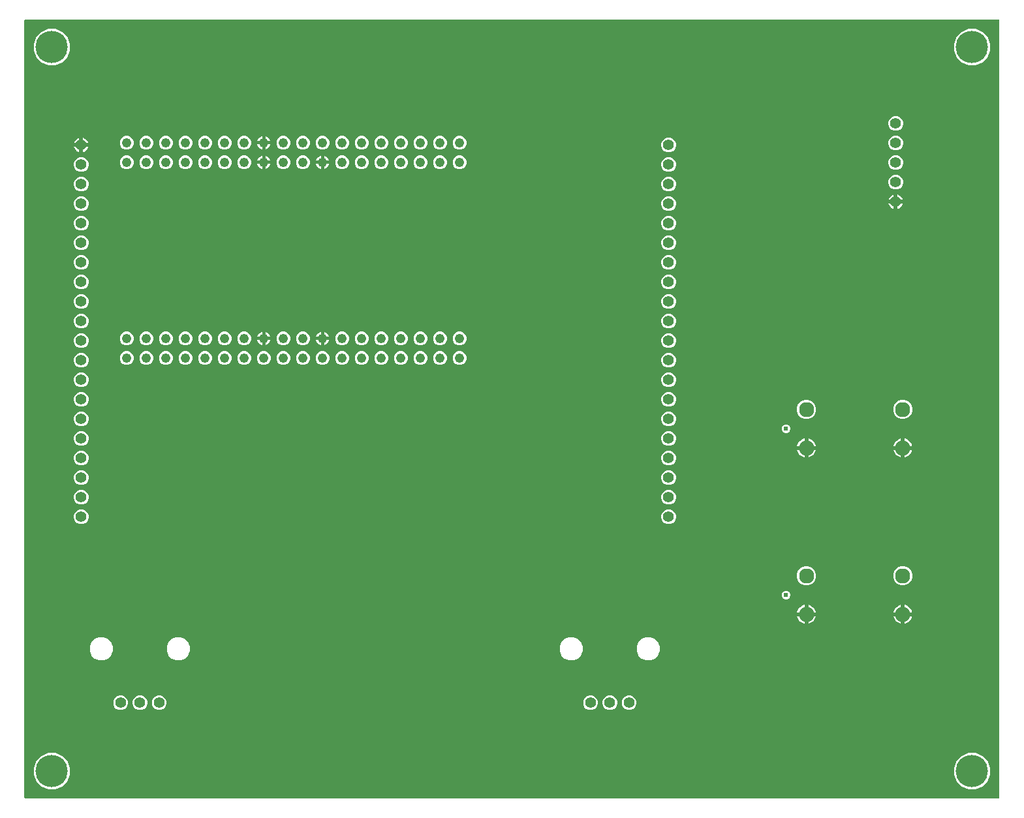
<source format=gbr>
G04 EAGLE Gerber RS-274X export*
G75*
%MOMM*%
%FSLAX34Y34*%
%LPD*%
%INCopper Layer 2*%
%IPPOS*%
%AMOC8*
5,1,8,0,0,1.08239X$1,22.5*%
G01*
%ADD10C,1.244600*%
%ADD11C,1.960000*%
%ADD12C,1.400000*%
%ADD13C,4.191000*%
%ADD14C,0.609600*%

G36*
X1266308Y2556D02*
X1266308Y2556D01*
X1266427Y2563D01*
X1266465Y2576D01*
X1266506Y2581D01*
X1266616Y2624D01*
X1266729Y2661D01*
X1266764Y2683D01*
X1266801Y2698D01*
X1266897Y2767D01*
X1266998Y2831D01*
X1267026Y2861D01*
X1267059Y2884D01*
X1267135Y2976D01*
X1267216Y3063D01*
X1267236Y3098D01*
X1267261Y3129D01*
X1267312Y3237D01*
X1267370Y3341D01*
X1267380Y3381D01*
X1267397Y3417D01*
X1267419Y3534D01*
X1267449Y3649D01*
X1267453Y3709D01*
X1267457Y3729D01*
X1267455Y3750D01*
X1267459Y3810D01*
X1267459Y1012190D01*
X1267444Y1012308D01*
X1267437Y1012427D01*
X1267424Y1012465D01*
X1267419Y1012506D01*
X1267376Y1012616D01*
X1267339Y1012729D01*
X1267317Y1012764D01*
X1267302Y1012801D01*
X1267233Y1012897D01*
X1267169Y1012998D01*
X1267139Y1013026D01*
X1267116Y1013059D01*
X1267024Y1013135D01*
X1266937Y1013216D01*
X1266902Y1013236D01*
X1266871Y1013261D01*
X1266763Y1013312D01*
X1266659Y1013370D01*
X1266619Y1013380D01*
X1266583Y1013397D01*
X1266466Y1013419D01*
X1266351Y1013449D01*
X1266291Y1013453D01*
X1266271Y1013457D01*
X1266250Y1013455D01*
X1266190Y1013459D01*
X3810Y1013459D01*
X3692Y1013444D01*
X3573Y1013437D01*
X3535Y1013424D01*
X3494Y1013419D01*
X3384Y1013376D01*
X3271Y1013339D01*
X3236Y1013317D01*
X3199Y1013302D01*
X3103Y1013233D01*
X3002Y1013169D01*
X2974Y1013139D01*
X2941Y1013116D01*
X2865Y1013024D01*
X2784Y1012937D01*
X2764Y1012902D01*
X2739Y1012871D01*
X2688Y1012763D01*
X2630Y1012659D01*
X2620Y1012619D01*
X2603Y1012583D01*
X2581Y1012466D01*
X2551Y1012351D01*
X2547Y1012291D01*
X2543Y1012271D01*
X2545Y1012250D01*
X2541Y1012190D01*
X2541Y3810D01*
X2556Y3692D01*
X2563Y3573D01*
X2576Y3535D01*
X2581Y3494D01*
X2624Y3384D01*
X2661Y3271D01*
X2683Y3236D01*
X2698Y3199D01*
X2767Y3103D01*
X2831Y3002D01*
X2861Y2974D01*
X2884Y2941D01*
X2976Y2865D01*
X3063Y2784D01*
X3098Y2764D01*
X3129Y2739D01*
X3237Y2688D01*
X3341Y2630D01*
X3381Y2620D01*
X3417Y2603D01*
X3534Y2581D01*
X3649Y2551D01*
X3709Y2547D01*
X3729Y2543D01*
X3750Y2545D01*
X3810Y2541D01*
X1266190Y2541D01*
X1266308Y2556D01*
G37*
%LPC*%
G36*
X1227226Y954404D02*
X1227226Y954404D01*
X1218591Y957981D01*
X1211981Y964591D01*
X1208404Y973226D01*
X1208404Y982574D01*
X1211981Y991209D01*
X1218591Y997819D01*
X1227226Y1001396D01*
X1236574Y1001396D01*
X1245209Y997819D01*
X1251819Y991209D01*
X1255396Y982574D01*
X1255396Y973226D01*
X1251819Y964591D01*
X1245209Y957981D01*
X1236574Y954404D01*
X1227226Y954404D01*
G37*
%LPD*%
%LPC*%
G36*
X33426Y954404D02*
X33426Y954404D01*
X24791Y957981D01*
X18181Y964591D01*
X14604Y973226D01*
X14604Y982574D01*
X18181Y991209D01*
X24791Y997819D01*
X33426Y1001396D01*
X42774Y1001396D01*
X51409Y997819D01*
X58019Y991209D01*
X61596Y982574D01*
X61596Y973226D01*
X58019Y964591D01*
X51409Y957981D01*
X42774Y954404D01*
X33426Y954404D01*
G37*
%LPD*%
%LPC*%
G36*
X33426Y14604D02*
X33426Y14604D01*
X24791Y18181D01*
X18181Y24791D01*
X14604Y33426D01*
X14604Y42774D01*
X18181Y51409D01*
X24791Y58019D01*
X33426Y61596D01*
X42774Y61596D01*
X51409Y58019D01*
X58019Y51409D01*
X61596Y42774D01*
X61596Y33426D01*
X58019Y24791D01*
X51409Y18181D01*
X42774Y14604D01*
X33426Y14604D01*
G37*
%LPD*%
%LPC*%
G36*
X1227226Y14604D02*
X1227226Y14604D01*
X1218591Y18181D01*
X1211981Y24791D01*
X1208404Y33426D01*
X1208404Y42774D01*
X1211981Y51409D01*
X1218591Y58019D01*
X1227226Y61596D01*
X1236574Y61596D01*
X1245209Y58019D01*
X1251819Y51409D01*
X1255396Y42774D01*
X1255396Y33426D01*
X1251819Y24791D01*
X1245209Y18181D01*
X1236574Y14604D01*
X1227226Y14604D01*
G37*
%LPD*%
%LPC*%
G36*
X99408Y181959D02*
X99408Y181959D01*
X93880Y184249D01*
X89649Y188480D01*
X87359Y194008D01*
X87359Y199992D01*
X89649Y205520D01*
X93880Y209751D01*
X99408Y212041D01*
X105392Y212041D01*
X110920Y209751D01*
X115151Y205520D01*
X117441Y199992D01*
X117441Y194008D01*
X115151Y188480D01*
X110920Y184249D01*
X105392Y181959D01*
X99408Y181959D01*
G37*
%LPD*%
%LPC*%
G36*
X809008Y181959D02*
X809008Y181959D01*
X803480Y184249D01*
X799249Y188480D01*
X796959Y194008D01*
X796959Y199992D01*
X799249Y205520D01*
X803480Y209751D01*
X809008Y212041D01*
X814992Y212041D01*
X820520Y209751D01*
X824751Y205520D01*
X827041Y199992D01*
X827041Y194008D01*
X824751Y188480D01*
X820520Y184249D01*
X814992Y181959D01*
X809008Y181959D01*
G37*
%LPD*%
%LPC*%
G36*
X709008Y181959D02*
X709008Y181959D01*
X703480Y184249D01*
X699249Y188480D01*
X696959Y194008D01*
X696959Y199992D01*
X699249Y205520D01*
X703480Y209751D01*
X709008Y212041D01*
X714992Y212041D01*
X720520Y209751D01*
X724751Y205520D01*
X727041Y199992D01*
X727041Y194008D01*
X724751Y188480D01*
X720520Y184249D01*
X714992Y181959D01*
X709008Y181959D01*
G37*
%LPD*%
%LPC*%
G36*
X199408Y181959D02*
X199408Y181959D01*
X193880Y184249D01*
X189649Y188480D01*
X187359Y194008D01*
X187359Y199992D01*
X189649Y205520D01*
X193880Y209751D01*
X199408Y212041D01*
X205392Y212041D01*
X210920Y209751D01*
X215151Y205520D01*
X217441Y199992D01*
X217441Y194008D01*
X215151Y188480D01*
X210920Y184249D01*
X205392Y181959D01*
X199408Y181959D01*
G37*
%LPD*%
%LPC*%
G36*
X1139545Y495259D02*
X1139545Y495259D01*
X1135010Y497138D01*
X1131538Y500610D01*
X1129659Y505145D01*
X1129659Y510055D01*
X1131538Y514590D01*
X1135010Y518062D01*
X1139545Y519941D01*
X1144455Y519941D01*
X1148990Y518062D01*
X1152462Y514590D01*
X1154341Y510055D01*
X1154341Y505145D01*
X1152462Y500610D01*
X1148990Y497138D01*
X1144455Y495259D01*
X1139545Y495259D01*
G37*
%LPD*%
%LPC*%
G36*
X1014545Y495259D02*
X1014545Y495259D01*
X1010010Y497138D01*
X1006538Y500610D01*
X1004659Y505145D01*
X1004659Y510055D01*
X1006538Y514590D01*
X1010010Y518062D01*
X1014545Y519941D01*
X1019455Y519941D01*
X1023990Y518062D01*
X1027462Y514590D01*
X1029341Y510055D01*
X1029341Y505145D01*
X1027462Y500610D01*
X1023990Y497138D01*
X1019455Y495259D01*
X1014545Y495259D01*
G37*
%LPD*%
%LPC*%
G36*
X1139545Y279359D02*
X1139545Y279359D01*
X1135010Y281238D01*
X1131538Y284710D01*
X1129659Y289245D01*
X1129659Y294155D01*
X1131538Y298690D01*
X1135010Y302162D01*
X1139545Y304041D01*
X1144455Y304041D01*
X1148990Y302162D01*
X1152462Y298690D01*
X1154341Y294155D01*
X1154341Y289245D01*
X1152462Y284710D01*
X1148990Y281238D01*
X1144455Y279359D01*
X1139545Y279359D01*
G37*
%LPD*%
%LPC*%
G36*
X1014545Y279359D02*
X1014545Y279359D01*
X1010010Y281238D01*
X1006538Y284710D01*
X1004659Y289245D01*
X1004659Y294155D01*
X1006538Y298690D01*
X1010010Y302162D01*
X1014545Y304041D01*
X1019455Y304041D01*
X1023990Y302162D01*
X1027462Y298690D01*
X1029341Y294155D01*
X1029341Y289245D01*
X1027462Y284710D01*
X1023990Y281238D01*
X1019455Y279359D01*
X1014545Y279359D01*
G37*
%LPD*%
%LPC*%
G36*
X836302Y511159D02*
X836302Y511159D01*
X832796Y512612D01*
X830112Y515296D01*
X828659Y518802D01*
X828659Y522598D01*
X830112Y526104D01*
X832796Y528788D01*
X836302Y530241D01*
X840098Y530241D01*
X843604Y528788D01*
X846288Y526104D01*
X847741Y522598D01*
X847741Y518802D01*
X846288Y515296D01*
X843604Y512612D01*
X840098Y511159D01*
X836302Y511159D01*
G37*
%LPD*%
%LPC*%
G36*
X74302Y536559D02*
X74302Y536559D01*
X70796Y538012D01*
X68112Y540696D01*
X66659Y544202D01*
X66659Y547998D01*
X68112Y551504D01*
X70796Y554188D01*
X74302Y555641D01*
X78098Y555641D01*
X81604Y554188D01*
X84288Y551504D01*
X85741Y547998D01*
X85741Y544202D01*
X84288Y540696D01*
X81604Y538012D01*
X78098Y536559D01*
X74302Y536559D01*
G37*
%LPD*%
%LPC*%
G36*
X836302Y536559D02*
X836302Y536559D01*
X832796Y538012D01*
X830112Y540696D01*
X828659Y544202D01*
X828659Y547998D01*
X830112Y551504D01*
X832796Y554188D01*
X836302Y555641D01*
X840098Y555641D01*
X843604Y554188D01*
X846288Y551504D01*
X847741Y547998D01*
X847741Y544202D01*
X846288Y540696D01*
X843604Y538012D01*
X840098Y536559D01*
X836302Y536559D01*
G37*
%LPD*%
%LPC*%
G36*
X1130942Y793099D02*
X1130942Y793099D01*
X1127436Y794552D01*
X1124752Y797236D01*
X1123299Y800742D01*
X1123299Y804538D01*
X1124752Y808044D01*
X1127436Y810728D01*
X1130942Y812181D01*
X1134738Y812181D01*
X1138244Y810728D01*
X1140928Y808044D01*
X1142381Y804538D01*
X1142381Y800742D01*
X1140928Y797236D01*
X1138244Y794552D01*
X1134738Y793099D01*
X1130942Y793099D01*
G37*
%LPD*%
%LPC*%
G36*
X836302Y790559D02*
X836302Y790559D01*
X832796Y792012D01*
X830112Y794696D01*
X828659Y798202D01*
X828659Y801998D01*
X830112Y805504D01*
X832796Y808188D01*
X836302Y809641D01*
X840098Y809641D01*
X843604Y808188D01*
X846288Y805504D01*
X847741Y801998D01*
X847741Y798202D01*
X846288Y794696D01*
X843604Y792012D01*
X840098Y790559D01*
X836302Y790559D01*
G37*
%LPD*%
%LPC*%
G36*
X74302Y790559D02*
X74302Y790559D01*
X70796Y792012D01*
X68112Y794696D01*
X66659Y798202D01*
X66659Y801998D01*
X68112Y805504D01*
X70796Y808188D01*
X74302Y809641D01*
X78098Y809641D01*
X81604Y808188D01*
X84288Y805504D01*
X85741Y801998D01*
X85741Y798202D01*
X84288Y794696D01*
X81604Y792012D01*
X78098Y790559D01*
X74302Y790559D01*
G37*
%LPD*%
%LPC*%
G36*
X74302Y561959D02*
X74302Y561959D01*
X70796Y563412D01*
X68112Y566096D01*
X66659Y569602D01*
X66659Y573398D01*
X68112Y576904D01*
X70796Y579588D01*
X74302Y581041D01*
X78098Y581041D01*
X81604Y579588D01*
X84288Y576904D01*
X85741Y573398D01*
X85741Y569602D01*
X84288Y566096D01*
X81604Y563412D01*
X78098Y561959D01*
X74302Y561959D01*
G37*
%LPD*%
%LPC*%
G36*
X836302Y561959D02*
X836302Y561959D01*
X832796Y563412D01*
X830112Y566096D01*
X828659Y569602D01*
X828659Y573398D01*
X830112Y576904D01*
X832796Y579588D01*
X836302Y581041D01*
X840098Y581041D01*
X843604Y579588D01*
X846288Y576904D01*
X847741Y573398D01*
X847741Y569602D01*
X846288Y566096D01*
X843604Y563412D01*
X840098Y561959D01*
X836302Y561959D01*
G37*
%LPD*%
%LPC*%
G36*
X836302Y765159D02*
X836302Y765159D01*
X832796Y766612D01*
X830112Y769296D01*
X828659Y772802D01*
X828659Y776598D01*
X830112Y780104D01*
X832796Y782788D01*
X836302Y784241D01*
X840098Y784241D01*
X843604Y782788D01*
X846288Y780104D01*
X847741Y776598D01*
X847741Y772802D01*
X846288Y769296D01*
X843604Y766612D01*
X840098Y765159D01*
X836302Y765159D01*
G37*
%LPD*%
%LPC*%
G36*
X836302Y460359D02*
X836302Y460359D01*
X832796Y461812D01*
X830112Y464496D01*
X828659Y468002D01*
X828659Y471798D01*
X830112Y475304D01*
X832796Y477988D01*
X836302Y479441D01*
X840098Y479441D01*
X843604Y477988D01*
X846288Y475304D01*
X847741Y471798D01*
X847741Y468002D01*
X846288Y464496D01*
X843604Y461812D01*
X840098Y460359D01*
X836302Y460359D01*
G37*
%LPD*%
%LPC*%
G36*
X74302Y384159D02*
X74302Y384159D01*
X70796Y385612D01*
X68112Y388296D01*
X66659Y391802D01*
X66659Y395598D01*
X68112Y399104D01*
X70796Y401788D01*
X74302Y403241D01*
X78098Y403241D01*
X81604Y401788D01*
X84288Y399104D01*
X85741Y395598D01*
X85741Y391802D01*
X84288Y388296D01*
X81604Y385612D01*
X78098Y384159D01*
X74302Y384159D01*
G37*
%LPD*%
%LPC*%
G36*
X836302Y841359D02*
X836302Y841359D01*
X832796Y842812D01*
X830112Y845496D01*
X828659Y849002D01*
X828659Y852798D01*
X830112Y856304D01*
X832796Y858988D01*
X836302Y860441D01*
X840098Y860441D01*
X843604Y858988D01*
X846288Y856304D01*
X847741Y852798D01*
X847741Y849002D01*
X846288Y845496D01*
X843604Y842812D01*
X840098Y841359D01*
X836302Y841359D01*
G37*
%LPD*%
%LPC*%
G36*
X836302Y384159D02*
X836302Y384159D01*
X832796Y385612D01*
X830112Y388296D01*
X828659Y391802D01*
X828659Y395598D01*
X830112Y399104D01*
X832796Y401788D01*
X836302Y403241D01*
X840098Y403241D01*
X843604Y401788D01*
X846288Y399104D01*
X847741Y395598D01*
X847741Y391802D01*
X846288Y388296D01*
X843604Y385612D01*
X840098Y384159D01*
X836302Y384159D01*
G37*
%LPD*%
%LPC*%
G36*
X74302Y409559D02*
X74302Y409559D01*
X70796Y411012D01*
X68112Y413696D01*
X66659Y417202D01*
X66659Y420998D01*
X68112Y424504D01*
X70796Y427188D01*
X74302Y428641D01*
X78098Y428641D01*
X81604Y427188D01*
X84288Y424504D01*
X85741Y420998D01*
X85741Y417202D01*
X84288Y413696D01*
X81604Y411012D01*
X78098Y409559D01*
X74302Y409559D01*
G37*
%LPD*%
%LPC*%
G36*
X836302Y409559D02*
X836302Y409559D01*
X832796Y411012D01*
X830112Y413696D01*
X828659Y417202D01*
X828659Y420998D01*
X830112Y424504D01*
X832796Y427188D01*
X836302Y428641D01*
X840098Y428641D01*
X843604Y427188D01*
X846288Y424504D01*
X847741Y420998D01*
X847741Y417202D01*
X846288Y413696D01*
X843604Y411012D01*
X840098Y409559D01*
X836302Y409559D01*
G37*
%LPD*%
%LPC*%
G36*
X74302Y434959D02*
X74302Y434959D01*
X70796Y436412D01*
X68112Y439096D01*
X66659Y442602D01*
X66659Y446398D01*
X68112Y449904D01*
X70796Y452588D01*
X74302Y454041D01*
X78098Y454041D01*
X81604Y452588D01*
X84288Y449904D01*
X85741Y446398D01*
X85741Y442602D01*
X84288Y439096D01*
X81604Y436412D01*
X78098Y434959D01*
X74302Y434959D01*
G37*
%LPD*%
%LPC*%
G36*
X836302Y434959D02*
X836302Y434959D01*
X832796Y436412D01*
X830112Y439096D01*
X828659Y442602D01*
X828659Y446398D01*
X830112Y449904D01*
X832796Y452588D01*
X836302Y454041D01*
X840098Y454041D01*
X843604Y452588D01*
X846288Y449904D01*
X847741Y446398D01*
X847741Y442602D01*
X846288Y439096D01*
X843604Y436412D01*
X840098Y434959D01*
X836302Y434959D01*
G37*
%LPD*%
%LPC*%
G36*
X74302Y460359D02*
X74302Y460359D01*
X70796Y461812D01*
X68112Y464496D01*
X66659Y468002D01*
X66659Y471798D01*
X68112Y475304D01*
X70796Y477988D01*
X74302Y479441D01*
X78098Y479441D01*
X81604Y477988D01*
X84288Y475304D01*
X85741Y471798D01*
X85741Y468002D01*
X84288Y464496D01*
X81604Y461812D01*
X78098Y460359D01*
X74302Y460359D01*
G37*
%LPD*%
%LPC*%
G36*
X836302Y485759D02*
X836302Y485759D01*
X832796Y487212D01*
X830112Y489896D01*
X828659Y493402D01*
X828659Y497198D01*
X830112Y500704D01*
X832796Y503388D01*
X836302Y504841D01*
X840098Y504841D01*
X843604Y503388D01*
X846288Y500704D01*
X847741Y497198D01*
X847741Y493402D01*
X846288Y489896D01*
X843604Y487212D01*
X840098Y485759D01*
X836302Y485759D01*
G37*
%LPD*%
%LPC*%
G36*
X74302Y765159D02*
X74302Y765159D01*
X70796Y766612D01*
X68112Y769296D01*
X66659Y772802D01*
X66659Y776598D01*
X68112Y780104D01*
X70796Y782788D01*
X74302Y784241D01*
X78098Y784241D01*
X81604Y782788D01*
X84288Y780104D01*
X85741Y776598D01*
X85741Y772802D01*
X84288Y769296D01*
X81604Y766612D01*
X78098Y765159D01*
X74302Y765159D01*
G37*
%LPD*%
%LPC*%
G36*
X74302Y587359D02*
X74302Y587359D01*
X70796Y588812D01*
X68112Y591496D01*
X66659Y595002D01*
X66659Y598798D01*
X68112Y602304D01*
X70796Y604988D01*
X74302Y606441D01*
X78098Y606441D01*
X81604Y604988D01*
X84288Y602304D01*
X85741Y598798D01*
X85741Y595002D01*
X84288Y591496D01*
X81604Y588812D01*
X78098Y587359D01*
X74302Y587359D01*
G37*
%LPD*%
%LPC*%
G36*
X836302Y587359D02*
X836302Y587359D01*
X832796Y588812D01*
X830112Y591496D01*
X828659Y595002D01*
X828659Y598798D01*
X830112Y602304D01*
X832796Y604988D01*
X836302Y606441D01*
X840098Y606441D01*
X843604Y604988D01*
X846288Y602304D01*
X847741Y598798D01*
X847741Y595002D01*
X846288Y591496D01*
X843604Y588812D01*
X840098Y587359D01*
X836302Y587359D01*
G37*
%LPD*%
%LPC*%
G36*
X836302Y739759D02*
X836302Y739759D01*
X832796Y741212D01*
X830112Y743896D01*
X828659Y747402D01*
X828659Y751198D01*
X830112Y754704D01*
X832796Y757388D01*
X836302Y758841D01*
X840098Y758841D01*
X843604Y757388D01*
X846288Y754704D01*
X847741Y751198D01*
X847741Y747402D01*
X846288Y743896D01*
X843604Y741212D01*
X840098Y739759D01*
X836302Y739759D01*
G37*
%LPD*%
%LPC*%
G36*
X74302Y739759D02*
X74302Y739759D01*
X70796Y741212D01*
X68112Y743896D01*
X66659Y747402D01*
X66659Y751198D01*
X68112Y754704D01*
X70796Y757388D01*
X74302Y758841D01*
X78098Y758841D01*
X81604Y757388D01*
X84288Y754704D01*
X85741Y751198D01*
X85741Y747402D01*
X84288Y743896D01*
X81604Y741212D01*
X78098Y739759D01*
X74302Y739759D01*
G37*
%LPD*%
%LPC*%
G36*
X836302Y714359D02*
X836302Y714359D01*
X832796Y715812D01*
X830112Y718496D01*
X828659Y722002D01*
X828659Y725798D01*
X830112Y729304D01*
X832796Y731988D01*
X836302Y733441D01*
X840098Y733441D01*
X843604Y731988D01*
X846288Y729304D01*
X847741Y725798D01*
X847741Y722002D01*
X846288Y718496D01*
X843604Y715812D01*
X840098Y714359D01*
X836302Y714359D01*
G37*
%LPD*%
%LPC*%
G36*
X74302Y714359D02*
X74302Y714359D01*
X70796Y715812D01*
X68112Y718496D01*
X66659Y722002D01*
X66659Y725798D01*
X68112Y729304D01*
X70796Y731988D01*
X74302Y733441D01*
X78098Y733441D01*
X81604Y731988D01*
X84288Y729304D01*
X85741Y725798D01*
X85741Y722002D01*
X84288Y718496D01*
X81604Y715812D01*
X78098Y714359D01*
X74302Y714359D01*
G37*
%LPD*%
%LPC*%
G36*
X836302Y688959D02*
X836302Y688959D01*
X832796Y690412D01*
X830112Y693096D01*
X828659Y696602D01*
X828659Y700398D01*
X830112Y703904D01*
X832796Y706588D01*
X836302Y708041D01*
X840098Y708041D01*
X843604Y706588D01*
X846288Y703904D01*
X847741Y700398D01*
X847741Y696602D01*
X846288Y693096D01*
X843604Y690412D01*
X840098Y688959D01*
X836302Y688959D01*
G37*
%LPD*%
%LPC*%
G36*
X74302Y688959D02*
X74302Y688959D01*
X70796Y690412D01*
X68112Y693096D01*
X66659Y696602D01*
X66659Y700398D01*
X68112Y703904D01*
X70796Y706588D01*
X74302Y708041D01*
X78098Y708041D01*
X81604Y706588D01*
X84288Y703904D01*
X85741Y700398D01*
X85741Y696602D01*
X84288Y693096D01*
X81604Y690412D01*
X78098Y688959D01*
X74302Y688959D01*
G37*
%LPD*%
%LPC*%
G36*
X836302Y663559D02*
X836302Y663559D01*
X832796Y665012D01*
X830112Y667696D01*
X828659Y671202D01*
X828659Y674998D01*
X830112Y678504D01*
X832796Y681188D01*
X836302Y682641D01*
X840098Y682641D01*
X843604Y681188D01*
X846288Y678504D01*
X847741Y674998D01*
X847741Y671202D01*
X846288Y667696D01*
X843604Y665012D01*
X840098Y663559D01*
X836302Y663559D01*
G37*
%LPD*%
%LPC*%
G36*
X74302Y663559D02*
X74302Y663559D01*
X70796Y665012D01*
X68112Y667696D01*
X66659Y671202D01*
X66659Y674998D01*
X68112Y678504D01*
X70796Y681188D01*
X74302Y682641D01*
X78098Y682641D01*
X81604Y681188D01*
X84288Y678504D01*
X85741Y674998D01*
X85741Y671202D01*
X84288Y667696D01*
X81604Y665012D01*
X78098Y663559D01*
X74302Y663559D01*
G37*
%LPD*%
%LPC*%
G36*
X836302Y638159D02*
X836302Y638159D01*
X832796Y639612D01*
X830112Y642296D01*
X828659Y645802D01*
X828659Y649598D01*
X830112Y653104D01*
X832796Y655788D01*
X836302Y657241D01*
X840098Y657241D01*
X843604Y655788D01*
X846288Y653104D01*
X847741Y649598D01*
X847741Y645802D01*
X846288Y642296D01*
X843604Y639612D01*
X840098Y638159D01*
X836302Y638159D01*
G37*
%LPD*%
%LPC*%
G36*
X1130942Y869299D02*
X1130942Y869299D01*
X1127436Y870752D01*
X1124752Y873436D01*
X1123299Y876942D01*
X1123299Y880738D01*
X1124752Y884244D01*
X1127436Y886928D01*
X1130942Y888381D01*
X1134738Y888381D01*
X1138244Y886928D01*
X1140928Y884244D01*
X1142381Y880738D01*
X1142381Y876942D01*
X1140928Y873436D01*
X1138244Y870752D01*
X1134738Y869299D01*
X1130942Y869299D01*
G37*
%LPD*%
%LPC*%
G36*
X74302Y638159D02*
X74302Y638159D01*
X70796Y639612D01*
X68112Y642296D01*
X66659Y645802D01*
X66659Y649598D01*
X68112Y653104D01*
X70796Y655788D01*
X74302Y657241D01*
X78098Y657241D01*
X81604Y655788D01*
X84288Y653104D01*
X85741Y649598D01*
X85741Y645802D01*
X84288Y642296D01*
X81604Y639612D01*
X78098Y638159D01*
X74302Y638159D01*
G37*
%LPD*%
%LPC*%
G36*
X836302Y612759D02*
X836302Y612759D01*
X832796Y614212D01*
X830112Y616896D01*
X828659Y620402D01*
X828659Y624198D01*
X830112Y627704D01*
X832796Y630388D01*
X836302Y631841D01*
X840098Y631841D01*
X843604Y630388D01*
X846288Y627704D01*
X847741Y624198D01*
X847741Y620402D01*
X846288Y616896D01*
X843604Y614212D01*
X840098Y612759D01*
X836302Y612759D01*
G37*
%LPD*%
%LPC*%
G36*
X1130942Y843899D02*
X1130942Y843899D01*
X1127436Y845352D01*
X1124752Y848036D01*
X1123299Y851542D01*
X1123299Y855338D01*
X1124752Y858844D01*
X1127436Y861528D01*
X1130942Y862981D01*
X1134738Y862981D01*
X1138244Y861528D01*
X1140928Y858844D01*
X1142381Y855338D01*
X1142381Y851542D01*
X1140928Y848036D01*
X1138244Y845352D01*
X1134738Y843899D01*
X1130942Y843899D01*
G37*
%LPD*%
%LPC*%
G36*
X74302Y358759D02*
X74302Y358759D01*
X70796Y360212D01*
X68112Y362896D01*
X66659Y366402D01*
X66659Y370198D01*
X68112Y373704D01*
X70796Y376388D01*
X74302Y377841D01*
X78098Y377841D01*
X81604Y376388D01*
X84288Y373704D01*
X85741Y370198D01*
X85741Y366402D01*
X84288Y362896D01*
X81604Y360212D01*
X78098Y358759D01*
X74302Y358759D01*
G37*
%LPD*%
%LPC*%
G36*
X74302Y612759D02*
X74302Y612759D01*
X70796Y614212D01*
X68112Y616896D01*
X66659Y620402D01*
X66659Y624198D01*
X68112Y627704D01*
X70796Y630388D01*
X74302Y631841D01*
X78098Y631841D01*
X81604Y630388D01*
X84288Y627704D01*
X85741Y624198D01*
X85741Y620402D01*
X84288Y616896D01*
X81604Y614212D01*
X78098Y612759D01*
X74302Y612759D01*
G37*
%LPD*%
%LPC*%
G36*
X74302Y485759D02*
X74302Y485759D01*
X70796Y487212D01*
X68112Y489896D01*
X66659Y493402D01*
X66659Y497198D01*
X68112Y500704D01*
X70796Y503388D01*
X74302Y504841D01*
X78098Y504841D01*
X81604Y503388D01*
X84288Y500704D01*
X85741Y497198D01*
X85741Y493402D01*
X84288Y489896D01*
X81604Y487212D01*
X78098Y485759D01*
X74302Y485759D01*
G37*
%LPD*%
%LPC*%
G36*
X836302Y815959D02*
X836302Y815959D01*
X832796Y817412D01*
X830112Y820096D01*
X828659Y823602D01*
X828659Y827398D01*
X830112Y830904D01*
X832796Y833588D01*
X836302Y835041D01*
X840098Y835041D01*
X843604Y833588D01*
X846288Y830904D01*
X847741Y827398D01*
X847741Y823602D01*
X846288Y820096D01*
X843604Y817412D01*
X840098Y815959D01*
X836302Y815959D01*
G37*
%LPD*%
%LPC*%
G36*
X74302Y815959D02*
X74302Y815959D01*
X70796Y817412D01*
X68112Y820096D01*
X66659Y823602D01*
X66659Y827398D01*
X68112Y830904D01*
X70796Y833588D01*
X74302Y835041D01*
X78098Y835041D01*
X81604Y833588D01*
X84288Y830904D01*
X85741Y827398D01*
X85741Y823602D01*
X84288Y820096D01*
X81604Y817412D01*
X78098Y815959D01*
X74302Y815959D01*
G37*
%LPD*%
%LPC*%
G36*
X74302Y511159D02*
X74302Y511159D01*
X70796Y512612D01*
X68112Y515296D01*
X66659Y518802D01*
X66659Y522598D01*
X68112Y526104D01*
X70796Y528788D01*
X74302Y530241D01*
X78098Y530241D01*
X81604Y528788D01*
X84288Y526104D01*
X85741Y522598D01*
X85741Y518802D01*
X84288Y515296D01*
X81604Y512612D01*
X78098Y511159D01*
X74302Y511159D01*
G37*
%LPD*%
%LPC*%
G36*
X1130942Y818499D02*
X1130942Y818499D01*
X1127436Y819952D01*
X1124752Y822636D01*
X1123299Y826142D01*
X1123299Y829938D01*
X1124752Y833444D01*
X1127436Y836128D01*
X1130942Y837581D01*
X1134738Y837581D01*
X1138244Y836128D01*
X1140928Y833444D01*
X1142381Y829938D01*
X1142381Y826142D01*
X1140928Y822636D01*
X1138244Y819952D01*
X1134738Y818499D01*
X1130942Y818499D01*
G37*
%LPD*%
%LPC*%
G36*
X785102Y117459D02*
X785102Y117459D01*
X781596Y118912D01*
X778912Y121596D01*
X777459Y125102D01*
X777459Y128898D01*
X778912Y132404D01*
X781596Y135088D01*
X785102Y136541D01*
X788898Y136541D01*
X792404Y135088D01*
X795088Y132404D01*
X796541Y128898D01*
X796541Y125102D01*
X795088Y121596D01*
X792404Y118912D01*
X788898Y117459D01*
X785102Y117459D01*
G37*
%LPD*%
%LPC*%
G36*
X760102Y117459D02*
X760102Y117459D01*
X756596Y118912D01*
X753912Y121596D01*
X752459Y125102D01*
X752459Y128898D01*
X753912Y132404D01*
X756596Y135088D01*
X760102Y136541D01*
X763898Y136541D01*
X767404Y135088D01*
X770088Y132404D01*
X771541Y128898D01*
X771541Y125102D01*
X770088Y121596D01*
X767404Y118912D01*
X763898Y117459D01*
X760102Y117459D01*
G37*
%LPD*%
%LPC*%
G36*
X735102Y117459D02*
X735102Y117459D01*
X731596Y118912D01*
X728912Y121596D01*
X727459Y125102D01*
X727459Y128898D01*
X728912Y132404D01*
X731596Y135088D01*
X735102Y136541D01*
X738898Y136541D01*
X742404Y135088D01*
X745088Y132404D01*
X746541Y128898D01*
X746541Y125102D01*
X745088Y121596D01*
X742404Y118912D01*
X738898Y117459D01*
X735102Y117459D01*
G37*
%LPD*%
%LPC*%
G36*
X175502Y117459D02*
X175502Y117459D01*
X171996Y118912D01*
X169312Y121596D01*
X167859Y125102D01*
X167859Y128898D01*
X169312Y132404D01*
X171996Y135088D01*
X175502Y136541D01*
X179298Y136541D01*
X182804Y135088D01*
X185488Y132404D01*
X186941Y128898D01*
X186941Y125102D01*
X185488Y121596D01*
X182804Y118912D01*
X179298Y117459D01*
X175502Y117459D01*
G37*
%LPD*%
%LPC*%
G36*
X150502Y117459D02*
X150502Y117459D01*
X146996Y118912D01*
X144312Y121596D01*
X142859Y125102D01*
X142859Y128898D01*
X144312Y132404D01*
X146996Y135088D01*
X150502Y136541D01*
X154298Y136541D01*
X157804Y135088D01*
X160488Y132404D01*
X161941Y128898D01*
X161941Y125102D01*
X160488Y121596D01*
X157804Y118912D01*
X154298Y117459D01*
X150502Y117459D01*
G37*
%LPD*%
%LPC*%
G36*
X125502Y117459D02*
X125502Y117459D01*
X121996Y118912D01*
X119312Y121596D01*
X117859Y125102D01*
X117859Y128898D01*
X119312Y132404D01*
X121996Y135088D01*
X125502Y136541D01*
X129298Y136541D01*
X132804Y135088D01*
X135488Y132404D01*
X136941Y128898D01*
X136941Y125102D01*
X135488Y121596D01*
X132804Y118912D01*
X129298Y117459D01*
X125502Y117459D01*
G37*
%LPD*%
%LPC*%
G36*
X836302Y358759D02*
X836302Y358759D01*
X832796Y360212D01*
X830112Y362896D01*
X828659Y366402D01*
X828659Y370198D01*
X830112Y373704D01*
X832796Y376388D01*
X836302Y377841D01*
X840098Y377841D01*
X843604Y376388D01*
X846288Y373704D01*
X847741Y370198D01*
X847741Y366402D01*
X846288Y362896D01*
X843604Y360212D01*
X840098Y358759D01*
X836302Y358759D01*
G37*
%LPD*%
%LPC*%
G36*
X209757Y844936D02*
X209757Y844936D01*
X206536Y846270D01*
X204070Y848736D01*
X202736Y851957D01*
X202736Y855443D01*
X204070Y858664D01*
X206536Y861130D01*
X209757Y862464D01*
X213243Y862464D01*
X216464Y861130D01*
X218930Y858664D01*
X220264Y855443D01*
X220264Y851957D01*
X218930Y848736D01*
X216464Y846270D01*
X213243Y844936D01*
X209757Y844936D01*
G37*
%LPD*%
%LPC*%
G36*
X184357Y844936D02*
X184357Y844936D01*
X181136Y846270D01*
X178670Y848736D01*
X177336Y851957D01*
X177336Y855443D01*
X178670Y858664D01*
X181136Y861130D01*
X184357Y862464D01*
X187843Y862464D01*
X191064Y861130D01*
X193530Y858664D01*
X194864Y855443D01*
X194864Y851957D01*
X193530Y848736D01*
X191064Y846270D01*
X187843Y844936D01*
X184357Y844936D01*
G37*
%LPD*%
%LPC*%
G36*
X158957Y819536D02*
X158957Y819536D01*
X155736Y820870D01*
X153270Y823336D01*
X151936Y826557D01*
X151936Y830043D01*
X153270Y833264D01*
X155736Y835730D01*
X158957Y837064D01*
X162443Y837064D01*
X165664Y835730D01*
X168130Y833264D01*
X169464Y830043D01*
X169464Y826557D01*
X168130Y823336D01*
X165664Y820870D01*
X162443Y819536D01*
X158957Y819536D01*
G37*
%LPD*%
%LPC*%
G36*
X133557Y819536D02*
X133557Y819536D01*
X130336Y820870D01*
X127870Y823336D01*
X126536Y826557D01*
X126536Y830043D01*
X127870Y833264D01*
X130336Y835730D01*
X133557Y837064D01*
X137043Y837064D01*
X140264Y835730D01*
X142730Y833264D01*
X144064Y830043D01*
X144064Y826557D01*
X142730Y823336D01*
X140264Y820870D01*
X137043Y819536D01*
X133557Y819536D01*
G37*
%LPD*%
%LPC*%
G36*
X565357Y819536D02*
X565357Y819536D01*
X562136Y820870D01*
X559670Y823336D01*
X558336Y826557D01*
X558336Y830043D01*
X559670Y833264D01*
X562136Y835730D01*
X565357Y837064D01*
X568843Y837064D01*
X572064Y835730D01*
X574530Y833264D01*
X575864Y830043D01*
X575864Y826557D01*
X574530Y823336D01*
X572064Y820870D01*
X568843Y819536D01*
X565357Y819536D01*
G37*
%LPD*%
%LPC*%
G36*
X539957Y819536D02*
X539957Y819536D01*
X536736Y820870D01*
X534270Y823336D01*
X532936Y826557D01*
X532936Y830043D01*
X534270Y833264D01*
X536736Y835730D01*
X539957Y837064D01*
X543443Y837064D01*
X546664Y835730D01*
X549130Y833264D01*
X550464Y830043D01*
X550464Y826557D01*
X549130Y823336D01*
X546664Y820870D01*
X543443Y819536D01*
X539957Y819536D01*
G37*
%LPD*%
%LPC*%
G36*
X514557Y819536D02*
X514557Y819536D01*
X511336Y820870D01*
X508870Y823336D01*
X507536Y826557D01*
X507536Y830043D01*
X508870Y833264D01*
X511336Y835730D01*
X514557Y837064D01*
X518043Y837064D01*
X521264Y835730D01*
X523730Y833264D01*
X525064Y830043D01*
X525064Y826557D01*
X523730Y823336D01*
X521264Y820870D01*
X518043Y819536D01*
X514557Y819536D01*
G37*
%LPD*%
%LPC*%
G36*
X489157Y819536D02*
X489157Y819536D01*
X485936Y820870D01*
X483470Y823336D01*
X482136Y826557D01*
X482136Y830043D01*
X483470Y833264D01*
X485936Y835730D01*
X489157Y837064D01*
X492643Y837064D01*
X495864Y835730D01*
X498330Y833264D01*
X499664Y830043D01*
X499664Y826557D01*
X498330Y823336D01*
X495864Y820870D01*
X492643Y819536D01*
X489157Y819536D01*
G37*
%LPD*%
%LPC*%
G36*
X463757Y819536D02*
X463757Y819536D01*
X460536Y820870D01*
X458070Y823336D01*
X456736Y826557D01*
X456736Y830043D01*
X458070Y833264D01*
X460536Y835730D01*
X463757Y837064D01*
X467243Y837064D01*
X470464Y835730D01*
X472930Y833264D01*
X474264Y830043D01*
X474264Y826557D01*
X472930Y823336D01*
X470464Y820870D01*
X467243Y819536D01*
X463757Y819536D01*
G37*
%LPD*%
%LPC*%
G36*
X438357Y819536D02*
X438357Y819536D01*
X435136Y820870D01*
X432670Y823336D01*
X431336Y826557D01*
X431336Y830043D01*
X432670Y833264D01*
X435136Y835730D01*
X438357Y837064D01*
X441843Y837064D01*
X445064Y835730D01*
X447530Y833264D01*
X448864Y830043D01*
X448864Y826557D01*
X447530Y823336D01*
X445064Y820870D01*
X441843Y819536D01*
X438357Y819536D01*
G37*
%LPD*%
%LPC*%
G36*
X412957Y819536D02*
X412957Y819536D01*
X409736Y820870D01*
X407270Y823336D01*
X405936Y826557D01*
X405936Y830043D01*
X407270Y833264D01*
X409736Y835730D01*
X412957Y837064D01*
X416443Y837064D01*
X419664Y835730D01*
X422130Y833264D01*
X423464Y830043D01*
X423464Y826557D01*
X422130Y823336D01*
X419664Y820870D01*
X416443Y819536D01*
X412957Y819536D01*
G37*
%LPD*%
%LPC*%
G36*
X362157Y819536D02*
X362157Y819536D01*
X358936Y820870D01*
X356470Y823336D01*
X355136Y826557D01*
X355136Y830043D01*
X356470Y833264D01*
X358936Y835730D01*
X362157Y837064D01*
X365643Y837064D01*
X368864Y835730D01*
X371330Y833264D01*
X372664Y830043D01*
X372664Y826557D01*
X371330Y823336D01*
X368864Y820870D01*
X365643Y819536D01*
X362157Y819536D01*
G37*
%LPD*%
%LPC*%
G36*
X336757Y819536D02*
X336757Y819536D01*
X333536Y820870D01*
X331070Y823336D01*
X329736Y826557D01*
X329736Y830043D01*
X331070Y833264D01*
X333536Y835730D01*
X336757Y837064D01*
X340243Y837064D01*
X343464Y835730D01*
X345930Y833264D01*
X347264Y830043D01*
X347264Y826557D01*
X345930Y823336D01*
X343464Y820870D01*
X340243Y819536D01*
X336757Y819536D01*
G37*
%LPD*%
%LPC*%
G36*
X285957Y819536D02*
X285957Y819536D01*
X282736Y820870D01*
X280270Y823336D01*
X278936Y826557D01*
X278936Y830043D01*
X280270Y833264D01*
X282736Y835730D01*
X285957Y837064D01*
X289443Y837064D01*
X292664Y835730D01*
X295130Y833264D01*
X296464Y830043D01*
X296464Y826557D01*
X295130Y823336D01*
X292664Y820870D01*
X289443Y819536D01*
X285957Y819536D01*
G37*
%LPD*%
%LPC*%
G36*
X235157Y819536D02*
X235157Y819536D01*
X231936Y820870D01*
X229470Y823336D01*
X228136Y826557D01*
X228136Y830043D01*
X229470Y833264D01*
X231936Y835730D01*
X235157Y837064D01*
X238643Y837064D01*
X241864Y835730D01*
X244330Y833264D01*
X245664Y830043D01*
X245664Y826557D01*
X244330Y823336D01*
X241864Y820870D01*
X238643Y819536D01*
X235157Y819536D01*
G37*
%LPD*%
%LPC*%
G36*
X209757Y819536D02*
X209757Y819536D01*
X206536Y820870D01*
X204070Y823336D01*
X202736Y826557D01*
X202736Y830043D01*
X204070Y833264D01*
X206536Y835730D01*
X209757Y837064D01*
X213243Y837064D01*
X216464Y835730D01*
X218930Y833264D01*
X220264Y830043D01*
X220264Y826557D01*
X218930Y823336D01*
X216464Y820870D01*
X213243Y819536D01*
X209757Y819536D01*
G37*
%LPD*%
%LPC*%
G36*
X184357Y819536D02*
X184357Y819536D01*
X181136Y820870D01*
X178670Y823336D01*
X177336Y826557D01*
X177336Y830043D01*
X178670Y833264D01*
X181136Y835730D01*
X184357Y837064D01*
X187843Y837064D01*
X191064Y835730D01*
X193530Y833264D01*
X194864Y830043D01*
X194864Y826557D01*
X193530Y823336D01*
X191064Y820870D01*
X187843Y819536D01*
X184357Y819536D01*
G37*
%LPD*%
%LPC*%
G36*
X158957Y590936D02*
X158957Y590936D01*
X155736Y592270D01*
X153270Y594736D01*
X151936Y597957D01*
X151936Y601443D01*
X153270Y604664D01*
X155736Y607130D01*
X158957Y608464D01*
X162443Y608464D01*
X165664Y607130D01*
X168130Y604664D01*
X169464Y601443D01*
X169464Y597957D01*
X168130Y594736D01*
X165664Y592270D01*
X162443Y590936D01*
X158957Y590936D01*
G37*
%LPD*%
%LPC*%
G36*
X133557Y590936D02*
X133557Y590936D01*
X130336Y592270D01*
X127870Y594736D01*
X126536Y597957D01*
X126536Y601443D01*
X127870Y604664D01*
X130336Y607130D01*
X133557Y608464D01*
X137043Y608464D01*
X140264Y607130D01*
X142730Y604664D01*
X144064Y601443D01*
X144064Y597957D01*
X142730Y594736D01*
X140264Y592270D01*
X137043Y590936D01*
X133557Y590936D01*
G37*
%LPD*%
%LPC*%
G36*
X565357Y590936D02*
X565357Y590936D01*
X562136Y592270D01*
X559670Y594736D01*
X558336Y597957D01*
X558336Y601443D01*
X559670Y604664D01*
X562136Y607130D01*
X565357Y608464D01*
X568843Y608464D01*
X572064Y607130D01*
X574530Y604664D01*
X575864Y601443D01*
X575864Y597957D01*
X574530Y594736D01*
X572064Y592270D01*
X568843Y590936D01*
X565357Y590936D01*
G37*
%LPD*%
%LPC*%
G36*
X539957Y590936D02*
X539957Y590936D01*
X536736Y592270D01*
X534270Y594736D01*
X532936Y597957D01*
X532936Y601443D01*
X534270Y604664D01*
X536736Y607130D01*
X539957Y608464D01*
X543443Y608464D01*
X546664Y607130D01*
X549130Y604664D01*
X550464Y601443D01*
X550464Y597957D01*
X549130Y594736D01*
X546664Y592270D01*
X543443Y590936D01*
X539957Y590936D01*
G37*
%LPD*%
%LPC*%
G36*
X514557Y590936D02*
X514557Y590936D01*
X511336Y592270D01*
X508870Y594736D01*
X507536Y597957D01*
X507536Y601443D01*
X508870Y604664D01*
X511336Y607130D01*
X514557Y608464D01*
X518043Y608464D01*
X521264Y607130D01*
X523730Y604664D01*
X525064Y601443D01*
X525064Y597957D01*
X523730Y594736D01*
X521264Y592270D01*
X518043Y590936D01*
X514557Y590936D01*
G37*
%LPD*%
%LPC*%
G36*
X489157Y590936D02*
X489157Y590936D01*
X485936Y592270D01*
X483470Y594736D01*
X482136Y597957D01*
X482136Y601443D01*
X483470Y604664D01*
X485936Y607130D01*
X489157Y608464D01*
X492643Y608464D01*
X495864Y607130D01*
X498330Y604664D01*
X499664Y601443D01*
X499664Y597957D01*
X498330Y594736D01*
X495864Y592270D01*
X492643Y590936D01*
X489157Y590936D01*
G37*
%LPD*%
%LPC*%
G36*
X463757Y590936D02*
X463757Y590936D01*
X460536Y592270D01*
X458070Y594736D01*
X456736Y597957D01*
X456736Y601443D01*
X458070Y604664D01*
X460536Y607130D01*
X463757Y608464D01*
X467243Y608464D01*
X470464Y607130D01*
X472930Y604664D01*
X474264Y601443D01*
X474264Y597957D01*
X472930Y594736D01*
X470464Y592270D01*
X467243Y590936D01*
X463757Y590936D01*
G37*
%LPD*%
%LPC*%
G36*
X438357Y590936D02*
X438357Y590936D01*
X435136Y592270D01*
X432670Y594736D01*
X431336Y597957D01*
X431336Y601443D01*
X432670Y604664D01*
X435136Y607130D01*
X438357Y608464D01*
X441843Y608464D01*
X445064Y607130D01*
X447530Y604664D01*
X448864Y601443D01*
X448864Y597957D01*
X447530Y594736D01*
X445064Y592270D01*
X441843Y590936D01*
X438357Y590936D01*
G37*
%LPD*%
%LPC*%
G36*
X412957Y590936D02*
X412957Y590936D01*
X409736Y592270D01*
X407270Y594736D01*
X405936Y597957D01*
X405936Y601443D01*
X407270Y604664D01*
X409736Y607130D01*
X412957Y608464D01*
X416443Y608464D01*
X419664Y607130D01*
X422130Y604664D01*
X423464Y601443D01*
X423464Y597957D01*
X422130Y594736D01*
X419664Y592270D01*
X416443Y590936D01*
X412957Y590936D01*
G37*
%LPD*%
%LPC*%
G36*
X362157Y590936D02*
X362157Y590936D01*
X358936Y592270D01*
X356470Y594736D01*
X355136Y597957D01*
X355136Y601443D01*
X356470Y604664D01*
X358936Y607130D01*
X362157Y608464D01*
X365643Y608464D01*
X368864Y607130D01*
X371330Y604664D01*
X372664Y601443D01*
X372664Y597957D01*
X371330Y594736D01*
X368864Y592270D01*
X365643Y590936D01*
X362157Y590936D01*
G37*
%LPD*%
%LPC*%
G36*
X260557Y819536D02*
X260557Y819536D01*
X257336Y820870D01*
X254870Y823336D01*
X253536Y826557D01*
X253536Y830043D01*
X254870Y833264D01*
X257336Y835730D01*
X260557Y837064D01*
X264043Y837064D01*
X267264Y835730D01*
X269730Y833264D01*
X271064Y830043D01*
X271064Y826557D01*
X269730Y823336D01*
X267264Y820870D01*
X264043Y819536D01*
X260557Y819536D01*
G37*
%LPD*%
%LPC*%
G36*
X285957Y590936D02*
X285957Y590936D01*
X282736Y592270D01*
X280270Y594736D01*
X278936Y597957D01*
X278936Y601443D01*
X280270Y604664D01*
X282736Y607130D01*
X285957Y608464D01*
X289443Y608464D01*
X292664Y607130D01*
X295130Y604664D01*
X296464Y601443D01*
X296464Y597957D01*
X295130Y594736D01*
X292664Y592270D01*
X289443Y590936D01*
X285957Y590936D01*
G37*
%LPD*%
%LPC*%
G36*
X260557Y590936D02*
X260557Y590936D01*
X257336Y592270D01*
X254870Y594736D01*
X253536Y597957D01*
X253536Y601443D01*
X254870Y604664D01*
X257336Y607130D01*
X260557Y608464D01*
X264043Y608464D01*
X267264Y607130D01*
X269730Y604664D01*
X271064Y601443D01*
X271064Y597957D01*
X269730Y594736D01*
X267264Y592270D01*
X264043Y590936D01*
X260557Y590936D01*
G37*
%LPD*%
%LPC*%
G36*
X235157Y590936D02*
X235157Y590936D01*
X231936Y592270D01*
X229470Y594736D01*
X228136Y597957D01*
X228136Y601443D01*
X229470Y604664D01*
X231936Y607130D01*
X235157Y608464D01*
X238643Y608464D01*
X241864Y607130D01*
X244330Y604664D01*
X245664Y601443D01*
X245664Y597957D01*
X244330Y594736D01*
X241864Y592270D01*
X238643Y590936D01*
X235157Y590936D01*
G37*
%LPD*%
%LPC*%
G36*
X209757Y590936D02*
X209757Y590936D01*
X206536Y592270D01*
X204070Y594736D01*
X202736Y597957D01*
X202736Y601443D01*
X204070Y604664D01*
X206536Y607130D01*
X209757Y608464D01*
X213243Y608464D01*
X216464Y607130D01*
X218930Y604664D01*
X220264Y601443D01*
X220264Y597957D01*
X218930Y594736D01*
X216464Y592270D01*
X213243Y590936D01*
X209757Y590936D01*
G37*
%LPD*%
%LPC*%
G36*
X184357Y590936D02*
X184357Y590936D01*
X181136Y592270D01*
X178670Y594736D01*
X177336Y597957D01*
X177336Y601443D01*
X178670Y604664D01*
X181136Y607130D01*
X184357Y608464D01*
X187843Y608464D01*
X191064Y607130D01*
X193530Y604664D01*
X194864Y601443D01*
X194864Y597957D01*
X193530Y594736D01*
X191064Y592270D01*
X187843Y590936D01*
X184357Y590936D01*
G37*
%LPD*%
%LPC*%
G36*
X362157Y565536D02*
X362157Y565536D01*
X358936Y566870D01*
X356470Y569336D01*
X355136Y572557D01*
X355136Y576043D01*
X356470Y579264D01*
X358936Y581730D01*
X362157Y583064D01*
X365643Y583064D01*
X368864Y581730D01*
X371330Y579264D01*
X372664Y576043D01*
X372664Y572557D01*
X371330Y569336D01*
X368864Y566870D01*
X365643Y565536D01*
X362157Y565536D01*
G37*
%LPD*%
%LPC*%
G36*
X336757Y565536D02*
X336757Y565536D01*
X333536Y566870D01*
X331070Y569336D01*
X329736Y572557D01*
X329736Y576043D01*
X331070Y579264D01*
X333536Y581730D01*
X336757Y583064D01*
X340243Y583064D01*
X343464Y581730D01*
X345930Y579264D01*
X347264Y576043D01*
X347264Y572557D01*
X345930Y569336D01*
X343464Y566870D01*
X340243Y565536D01*
X336757Y565536D01*
G37*
%LPD*%
%LPC*%
G36*
X565357Y565536D02*
X565357Y565536D01*
X562136Y566870D01*
X559670Y569336D01*
X558336Y572557D01*
X558336Y576043D01*
X559670Y579264D01*
X562136Y581730D01*
X565357Y583064D01*
X568843Y583064D01*
X572064Y581730D01*
X574530Y579264D01*
X575864Y576043D01*
X575864Y572557D01*
X574530Y569336D01*
X572064Y566870D01*
X568843Y565536D01*
X565357Y565536D01*
G37*
%LPD*%
%LPC*%
G36*
X539957Y565536D02*
X539957Y565536D01*
X536736Y566870D01*
X534270Y569336D01*
X532936Y572557D01*
X532936Y576043D01*
X534270Y579264D01*
X536736Y581730D01*
X539957Y583064D01*
X543443Y583064D01*
X546664Y581730D01*
X549130Y579264D01*
X550464Y576043D01*
X550464Y572557D01*
X549130Y569336D01*
X546664Y566870D01*
X543443Y565536D01*
X539957Y565536D01*
G37*
%LPD*%
%LPC*%
G36*
X514557Y565536D02*
X514557Y565536D01*
X511336Y566870D01*
X508870Y569336D01*
X507536Y572557D01*
X507536Y576043D01*
X508870Y579264D01*
X511336Y581730D01*
X514557Y583064D01*
X518043Y583064D01*
X521264Y581730D01*
X523730Y579264D01*
X525064Y576043D01*
X525064Y572557D01*
X523730Y569336D01*
X521264Y566870D01*
X518043Y565536D01*
X514557Y565536D01*
G37*
%LPD*%
%LPC*%
G36*
X489157Y565536D02*
X489157Y565536D01*
X485936Y566870D01*
X483470Y569336D01*
X482136Y572557D01*
X482136Y576043D01*
X483470Y579264D01*
X485936Y581730D01*
X489157Y583064D01*
X492643Y583064D01*
X495864Y581730D01*
X498330Y579264D01*
X499664Y576043D01*
X499664Y572557D01*
X498330Y569336D01*
X495864Y566870D01*
X492643Y565536D01*
X489157Y565536D01*
G37*
%LPD*%
%LPC*%
G36*
X463757Y565536D02*
X463757Y565536D01*
X460536Y566870D01*
X458070Y569336D01*
X456736Y572557D01*
X456736Y576043D01*
X458070Y579264D01*
X460536Y581730D01*
X463757Y583064D01*
X467243Y583064D01*
X470464Y581730D01*
X472930Y579264D01*
X474264Y576043D01*
X474264Y572557D01*
X472930Y569336D01*
X470464Y566870D01*
X467243Y565536D01*
X463757Y565536D01*
G37*
%LPD*%
%LPC*%
G36*
X438357Y565536D02*
X438357Y565536D01*
X435136Y566870D01*
X432670Y569336D01*
X431336Y572557D01*
X431336Y576043D01*
X432670Y579264D01*
X435136Y581730D01*
X438357Y583064D01*
X441843Y583064D01*
X445064Y581730D01*
X447530Y579264D01*
X448864Y576043D01*
X448864Y572557D01*
X447530Y569336D01*
X445064Y566870D01*
X441843Y565536D01*
X438357Y565536D01*
G37*
%LPD*%
%LPC*%
G36*
X412957Y565536D02*
X412957Y565536D01*
X409736Y566870D01*
X407270Y569336D01*
X405936Y572557D01*
X405936Y576043D01*
X407270Y579264D01*
X409736Y581730D01*
X412957Y583064D01*
X416443Y583064D01*
X419664Y581730D01*
X422130Y579264D01*
X423464Y576043D01*
X423464Y572557D01*
X422130Y569336D01*
X419664Y566870D01*
X416443Y565536D01*
X412957Y565536D01*
G37*
%LPD*%
%LPC*%
G36*
X387557Y565536D02*
X387557Y565536D01*
X384336Y566870D01*
X381870Y569336D01*
X380536Y572557D01*
X380536Y576043D01*
X381870Y579264D01*
X384336Y581730D01*
X387557Y583064D01*
X391043Y583064D01*
X394264Y581730D01*
X396730Y579264D01*
X398064Y576043D01*
X398064Y572557D01*
X396730Y569336D01*
X394264Y566870D01*
X391043Y565536D01*
X387557Y565536D01*
G37*
%LPD*%
%LPC*%
G36*
X311357Y565536D02*
X311357Y565536D01*
X308136Y566870D01*
X305670Y569336D01*
X304336Y572557D01*
X304336Y576043D01*
X305670Y579264D01*
X308136Y581730D01*
X311357Y583064D01*
X314843Y583064D01*
X318064Y581730D01*
X320530Y579264D01*
X321864Y576043D01*
X321864Y572557D01*
X320530Y569336D01*
X318064Y566870D01*
X314843Y565536D01*
X311357Y565536D01*
G37*
%LPD*%
%LPC*%
G36*
X285957Y565536D02*
X285957Y565536D01*
X282736Y566870D01*
X280270Y569336D01*
X278936Y572557D01*
X278936Y576043D01*
X280270Y579264D01*
X282736Y581730D01*
X285957Y583064D01*
X289443Y583064D01*
X292664Y581730D01*
X295130Y579264D01*
X296464Y576043D01*
X296464Y572557D01*
X295130Y569336D01*
X292664Y566870D01*
X289443Y565536D01*
X285957Y565536D01*
G37*
%LPD*%
%LPC*%
G36*
X260557Y565536D02*
X260557Y565536D01*
X257336Y566870D01*
X254870Y569336D01*
X253536Y572557D01*
X253536Y576043D01*
X254870Y579264D01*
X257336Y581730D01*
X260557Y583064D01*
X264043Y583064D01*
X267264Y581730D01*
X269730Y579264D01*
X271064Y576043D01*
X271064Y572557D01*
X269730Y569336D01*
X267264Y566870D01*
X264043Y565536D01*
X260557Y565536D01*
G37*
%LPD*%
%LPC*%
G36*
X235157Y565536D02*
X235157Y565536D01*
X231936Y566870D01*
X229470Y569336D01*
X228136Y572557D01*
X228136Y576043D01*
X229470Y579264D01*
X231936Y581730D01*
X235157Y583064D01*
X238643Y583064D01*
X241864Y581730D01*
X244330Y579264D01*
X245664Y576043D01*
X245664Y572557D01*
X244330Y569336D01*
X241864Y566870D01*
X238643Y565536D01*
X235157Y565536D01*
G37*
%LPD*%
%LPC*%
G36*
X209757Y565536D02*
X209757Y565536D01*
X206536Y566870D01*
X204070Y569336D01*
X202736Y572557D01*
X202736Y576043D01*
X204070Y579264D01*
X206536Y581730D01*
X209757Y583064D01*
X213243Y583064D01*
X216464Y581730D01*
X218930Y579264D01*
X220264Y576043D01*
X220264Y572557D01*
X218930Y569336D01*
X216464Y566870D01*
X213243Y565536D01*
X209757Y565536D01*
G37*
%LPD*%
%LPC*%
G36*
X184357Y565536D02*
X184357Y565536D01*
X181136Y566870D01*
X178670Y569336D01*
X177336Y572557D01*
X177336Y576043D01*
X178670Y579264D01*
X181136Y581730D01*
X184357Y583064D01*
X187843Y583064D01*
X191064Y581730D01*
X193530Y579264D01*
X194864Y576043D01*
X194864Y572557D01*
X193530Y569336D01*
X191064Y566870D01*
X187843Y565536D01*
X184357Y565536D01*
G37*
%LPD*%
%LPC*%
G36*
X158957Y565536D02*
X158957Y565536D01*
X155736Y566870D01*
X153270Y569336D01*
X151936Y572557D01*
X151936Y576043D01*
X153270Y579264D01*
X155736Y581730D01*
X158957Y583064D01*
X162443Y583064D01*
X165664Y581730D01*
X168130Y579264D01*
X169464Y576043D01*
X169464Y572557D01*
X168130Y569336D01*
X165664Y566870D01*
X162443Y565536D01*
X158957Y565536D01*
G37*
%LPD*%
%LPC*%
G36*
X133557Y565536D02*
X133557Y565536D01*
X130336Y566870D01*
X127870Y569336D01*
X126536Y572557D01*
X126536Y576043D01*
X127870Y579264D01*
X130336Y581730D01*
X133557Y583064D01*
X137043Y583064D01*
X140264Y581730D01*
X142730Y579264D01*
X144064Y576043D01*
X144064Y572557D01*
X142730Y569336D01*
X140264Y566870D01*
X137043Y565536D01*
X133557Y565536D01*
G37*
%LPD*%
%LPC*%
G36*
X158957Y844936D02*
X158957Y844936D01*
X155736Y846270D01*
X153270Y848736D01*
X151936Y851957D01*
X151936Y855443D01*
X153270Y858664D01*
X155736Y861130D01*
X158957Y862464D01*
X162443Y862464D01*
X165664Y861130D01*
X168130Y858664D01*
X169464Y855443D01*
X169464Y851957D01*
X168130Y848736D01*
X165664Y846270D01*
X162443Y844936D01*
X158957Y844936D01*
G37*
%LPD*%
%LPC*%
G36*
X133557Y844936D02*
X133557Y844936D01*
X130336Y846270D01*
X127870Y848736D01*
X126536Y851957D01*
X126536Y855443D01*
X127870Y858664D01*
X130336Y861130D01*
X133557Y862464D01*
X137043Y862464D01*
X140264Y861130D01*
X142730Y858664D01*
X144064Y855443D01*
X144064Y851957D01*
X142730Y848736D01*
X140264Y846270D01*
X137043Y844936D01*
X133557Y844936D01*
G37*
%LPD*%
%LPC*%
G36*
X565357Y844936D02*
X565357Y844936D01*
X562136Y846270D01*
X559670Y848736D01*
X558336Y851957D01*
X558336Y855443D01*
X559670Y858664D01*
X562136Y861130D01*
X565357Y862464D01*
X568843Y862464D01*
X572064Y861130D01*
X574530Y858664D01*
X575864Y855443D01*
X575864Y851957D01*
X574530Y848736D01*
X572064Y846270D01*
X568843Y844936D01*
X565357Y844936D01*
G37*
%LPD*%
%LPC*%
G36*
X539957Y844936D02*
X539957Y844936D01*
X536736Y846270D01*
X534270Y848736D01*
X532936Y851957D01*
X532936Y855443D01*
X534270Y858664D01*
X536736Y861130D01*
X539957Y862464D01*
X543443Y862464D01*
X546664Y861130D01*
X549130Y858664D01*
X550464Y855443D01*
X550464Y851957D01*
X549130Y848736D01*
X546664Y846270D01*
X543443Y844936D01*
X539957Y844936D01*
G37*
%LPD*%
%LPC*%
G36*
X336757Y590936D02*
X336757Y590936D01*
X333536Y592270D01*
X331070Y594736D01*
X329736Y597957D01*
X329736Y601443D01*
X331070Y604664D01*
X333536Y607130D01*
X336757Y608464D01*
X340243Y608464D01*
X343464Y607130D01*
X345930Y604664D01*
X347264Y601443D01*
X347264Y597957D01*
X345930Y594736D01*
X343464Y592270D01*
X340243Y590936D01*
X336757Y590936D01*
G37*
%LPD*%
%LPC*%
G36*
X514557Y844936D02*
X514557Y844936D01*
X511336Y846270D01*
X508870Y848736D01*
X507536Y851957D01*
X507536Y855443D01*
X508870Y858664D01*
X511336Y861130D01*
X514557Y862464D01*
X518043Y862464D01*
X521264Y861130D01*
X523730Y858664D01*
X525064Y855443D01*
X525064Y851957D01*
X523730Y848736D01*
X521264Y846270D01*
X518043Y844936D01*
X514557Y844936D01*
G37*
%LPD*%
%LPC*%
G36*
X489157Y844936D02*
X489157Y844936D01*
X485936Y846270D01*
X483470Y848736D01*
X482136Y851957D01*
X482136Y855443D01*
X483470Y858664D01*
X485936Y861130D01*
X489157Y862464D01*
X492643Y862464D01*
X495864Y861130D01*
X498330Y858664D01*
X499664Y855443D01*
X499664Y851957D01*
X498330Y848736D01*
X495864Y846270D01*
X492643Y844936D01*
X489157Y844936D01*
G37*
%LPD*%
%LPC*%
G36*
X463757Y844936D02*
X463757Y844936D01*
X460536Y846270D01*
X458070Y848736D01*
X456736Y851957D01*
X456736Y855443D01*
X458070Y858664D01*
X460536Y861130D01*
X463757Y862464D01*
X467243Y862464D01*
X470464Y861130D01*
X472930Y858664D01*
X474264Y855443D01*
X474264Y851957D01*
X472930Y848736D01*
X470464Y846270D01*
X467243Y844936D01*
X463757Y844936D01*
G37*
%LPD*%
%LPC*%
G36*
X438357Y844936D02*
X438357Y844936D01*
X435136Y846270D01*
X432670Y848736D01*
X431336Y851957D01*
X431336Y855443D01*
X432670Y858664D01*
X435136Y861130D01*
X438357Y862464D01*
X441843Y862464D01*
X445064Y861130D01*
X447530Y858664D01*
X448864Y855443D01*
X448864Y851957D01*
X447530Y848736D01*
X445064Y846270D01*
X441843Y844936D01*
X438357Y844936D01*
G37*
%LPD*%
%LPC*%
G36*
X412957Y844936D02*
X412957Y844936D01*
X409736Y846270D01*
X407270Y848736D01*
X405936Y851957D01*
X405936Y855443D01*
X407270Y858664D01*
X409736Y861130D01*
X412957Y862464D01*
X416443Y862464D01*
X419664Y861130D01*
X422130Y858664D01*
X423464Y855443D01*
X423464Y851957D01*
X422130Y848736D01*
X419664Y846270D01*
X416443Y844936D01*
X412957Y844936D01*
G37*
%LPD*%
%LPC*%
G36*
X387557Y844936D02*
X387557Y844936D01*
X384336Y846270D01*
X381870Y848736D01*
X380536Y851957D01*
X380536Y855443D01*
X381870Y858664D01*
X384336Y861130D01*
X387557Y862464D01*
X391043Y862464D01*
X394264Y861130D01*
X396730Y858664D01*
X398064Y855443D01*
X398064Y851957D01*
X396730Y848736D01*
X394264Y846270D01*
X391043Y844936D01*
X387557Y844936D01*
G37*
%LPD*%
%LPC*%
G36*
X362157Y844936D02*
X362157Y844936D01*
X358936Y846270D01*
X356470Y848736D01*
X355136Y851957D01*
X355136Y855443D01*
X356470Y858664D01*
X358936Y861130D01*
X362157Y862464D01*
X365643Y862464D01*
X368864Y861130D01*
X371330Y858664D01*
X372664Y855443D01*
X372664Y851957D01*
X371330Y848736D01*
X368864Y846270D01*
X365643Y844936D01*
X362157Y844936D01*
G37*
%LPD*%
%LPC*%
G36*
X336757Y844936D02*
X336757Y844936D01*
X333536Y846270D01*
X331070Y848736D01*
X329736Y851957D01*
X329736Y855443D01*
X331070Y858664D01*
X333536Y861130D01*
X336757Y862464D01*
X340243Y862464D01*
X343464Y861130D01*
X345930Y858664D01*
X347264Y855443D01*
X347264Y851957D01*
X345930Y848736D01*
X343464Y846270D01*
X340243Y844936D01*
X336757Y844936D01*
G37*
%LPD*%
%LPC*%
G36*
X285957Y844936D02*
X285957Y844936D01*
X282736Y846270D01*
X280270Y848736D01*
X278936Y851957D01*
X278936Y855443D01*
X280270Y858664D01*
X282736Y861130D01*
X285957Y862464D01*
X289443Y862464D01*
X292664Y861130D01*
X295130Y858664D01*
X296464Y855443D01*
X296464Y851957D01*
X295130Y848736D01*
X292664Y846270D01*
X289443Y844936D01*
X285957Y844936D01*
G37*
%LPD*%
%LPC*%
G36*
X260557Y844936D02*
X260557Y844936D01*
X257336Y846270D01*
X254870Y848736D01*
X253536Y851957D01*
X253536Y855443D01*
X254870Y858664D01*
X257336Y861130D01*
X260557Y862464D01*
X264043Y862464D01*
X267264Y861130D01*
X269730Y858664D01*
X271064Y855443D01*
X271064Y851957D01*
X269730Y848736D01*
X267264Y846270D01*
X264043Y844936D01*
X260557Y844936D01*
G37*
%LPD*%
%LPC*%
G36*
X235157Y844936D02*
X235157Y844936D01*
X231936Y846270D01*
X229470Y848736D01*
X228136Y851957D01*
X228136Y855443D01*
X229470Y858664D01*
X231936Y861130D01*
X235157Y862464D01*
X238643Y862464D01*
X241864Y861130D01*
X244330Y858664D01*
X245664Y855443D01*
X245664Y851957D01*
X244330Y848736D01*
X241864Y846270D01*
X238643Y844936D01*
X235157Y844936D01*
G37*
%LPD*%
%LPC*%
G36*
X989488Y261111D02*
X989488Y261111D01*
X987434Y261962D01*
X985862Y263534D01*
X985011Y265588D01*
X985011Y267812D01*
X985862Y269866D01*
X987434Y271438D01*
X989488Y272289D01*
X991712Y272289D01*
X993766Y271438D01*
X995338Y269866D01*
X996189Y267812D01*
X996189Y265588D01*
X995338Y263534D01*
X993766Y261962D01*
X991712Y261111D01*
X989488Y261111D01*
G37*
%LPD*%
%LPC*%
G36*
X989488Y477011D02*
X989488Y477011D01*
X987434Y477862D01*
X985862Y479434D01*
X985011Y481488D01*
X985011Y483712D01*
X985862Y485766D01*
X987434Y487338D01*
X989488Y488189D01*
X991712Y488189D01*
X993766Y487338D01*
X995338Y485766D01*
X996189Y483712D01*
X996189Y481488D01*
X995338Y479434D01*
X993766Y477862D01*
X991712Y477011D01*
X989488Y477011D01*
G37*
%LPD*%
%LPC*%
G36*
X1019539Y460139D02*
X1019539Y460139D01*
X1019539Y469692D01*
X1019890Y469637D01*
X1021737Y469037D01*
X1023468Y468155D01*
X1024604Y467329D01*
X1025039Y467013D01*
X1026413Y465639D01*
X1027555Y464068D01*
X1028437Y462337D01*
X1029037Y460490D01*
X1029092Y460139D01*
X1019539Y460139D01*
G37*
%LPD*%
%LPC*%
G36*
X1144539Y460139D02*
X1144539Y460139D01*
X1144539Y469692D01*
X1144890Y469637D01*
X1146737Y469037D01*
X1148468Y468155D01*
X1149604Y467329D01*
X1150039Y467013D01*
X1151413Y465639D01*
X1152555Y464068D01*
X1153437Y462337D01*
X1154037Y460490D01*
X1154092Y460139D01*
X1144539Y460139D01*
G37*
%LPD*%
%LPC*%
G36*
X1019539Y244239D02*
X1019539Y244239D01*
X1019539Y253792D01*
X1019890Y253737D01*
X1021737Y253137D01*
X1023468Y252255D01*
X1025039Y251113D01*
X1026413Y249739D01*
X1027555Y248168D01*
X1028437Y246437D01*
X1029037Y244590D01*
X1029092Y244239D01*
X1019539Y244239D01*
G37*
%LPD*%
%LPC*%
G36*
X1144539Y244239D02*
X1144539Y244239D01*
X1144539Y253792D01*
X1144890Y253737D01*
X1146737Y253137D01*
X1148468Y252255D01*
X1150039Y251113D01*
X1151413Y249739D01*
X1152555Y248168D01*
X1153437Y246437D01*
X1154037Y244590D01*
X1154092Y244239D01*
X1144539Y244239D01*
G37*
%LPD*%
%LPC*%
G36*
X1004908Y244239D02*
X1004908Y244239D01*
X1004963Y244590D01*
X1005563Y246437D01*
X1006445Y248168D01*
X1007587Y249739D01*
X1008961Y251113D01*
X1010532Y252255D01*
X1012263Y253137D01*
X1014110Y253737D01*
X1014461Y253792D01*
X1014461Y244239D01*
X1004908Y244239D01*
G37*
%LPD*%
%LPC*%
G36*
X1019539Y239161D02*
X1019539Y239161D01*
X1029092Y239161D01*
X1029037Y238810D01*
X1028437Y236963D01*
X1027555Y235232D01*
X1026413Y233661D01*
X1025039Y232287D01*
X1023468Y231145D01*
X1021737Y230263D01*
X1019890Y229663D01*
X1019539Y229608D01*
X1019539Y239161D01*
G37*
%LPD*%
%LPC*%
G36*
X1004908Y460139D02*
X1004908Y460139D01*
X1004963Y460490D01*
X1005563Y462337D01*
X1006445Y464068D01*
X1007587Y465639D01*
X1008961Y467013D01*
X1010532Y468155D01*
X1012263Y469037D01*
X1014110Y469637D01*
X1014461Y469692D01*
X1014461Y460139D01*
X1004908Y460139D01*
G37*
%LPD*%
%LPC*%
G36*
X1129908Y460139D02*
X1129908Y460139D01*
X1129963Y460490D01*
X1130563Y462337D01*
X1131445Y464068D01*
X1132587Y465639D01*
X1133961Y467013D01*
X1135532Y468155D01*
X1137263Y469037D01*
X1139110Y469637D01*
X1139461Y469692D01*
X1139461Y460139D01*
X1129908Y460139D01*
G37*
%LPD*%
%LPC*%
G36*
X1144539Y239161D02*
X1144539Y239161D01*
X1154092Y239161D01*
X1154037Y238810D01*
X1153437Y236963D01*
X1152555Y235232D01*
X1151413Y233661D01*
X1150039Y232287D01*
X1148468Y231145D01*
X1146737Y230263D01*
X1144890Y229663D01*
X1144539Y229608D01*
X1144539Y239161D01*
G37*
%LPD*%
%LPC*%
G36*
X1144539Y455061D02*
X1144539Y455061D01*
X1154092Y455061D01*
X1154037Y454710D01*
X1153437Y452863D01*
X1152555Y451132D01*
X1151413Y449561D01*
X1150039Y448187D01*
X1148468Y447045D01*
X1146737Y446163D01*
X1144890Y445563D01*
X1144539Y445508D01*
X1144539Y455061D01*
G37*
%LPD*%
%LPC*%
G36*
X1019539Y455061D02*
X1019539Y455061D01*
X1029092Y455061D01*
X1029037Y454710D01*
X1028437Y452863D01*
X1027555Y451132D01*
X1026413Y449561D01*
X1025039Y448187D01*
X1023468Y447045D01*
X1021737Y446163D01*
X1019890Y445563D01*
X1019539Y445508D01*
X1019539Y455061D01*
G37*
%LPD*%
%LPC*%
G36*
X1129908Y244239D02*
X1129908Y244239D01*
X1129963Y244590D01*
X1130563Y246437D01*
X1131445Y248168D01*
X1132587Y249739D01*
X1133961Y251113D01*
X1135532Y252255D01*
X1137263Y253137D01*
X1139110Y253737D01*
X1139461Y253792D01*
X1139461Y244239D01*
X1129908Y244239D01*
G37*
%LPD*%
%LPC*%
G36*
X1014110Y229663D02*
X1014110Y229663D01*
X1012263Y230263D01*
X1010532Y231145D01*
X1008961Y232287D01*
X1007587Y233661D01*
X1006445Y235232D01*
X1005563Y236963D01*
X1004963Y238810D01*
X1004908Y239161D01*
X1014461Y239161D01*
X1014461Y229608D01*
X1014110Y229663D01*
G37*
%LPD*%
%LPC*%
G36*
X1139110Y229663D02*
X1139110Y229663D01*
X1137263Y230263D01*
X1135532Y231145D01*
X1133961Y232287D01*
X1132587Y233661D01*
X1131445Y235232D01*
X1130563Y236963D01*
X1129963Y238810D01*
X1129908Y239161D01*
X1139461Y239161D01*
X1139461Y229608D01*
X1139110Y229663D01*
G37*
%LPD*%
%LPC*%
G36*
X1139110Y445563D02*
X1139110Y445563D01*
X1137263Y446163D01*
X1135532Y447045D01*
X1133961Y448187D01*
X1132587Y449561D01*
X1131445Y451132D01*
X1130563Y452863D01*
X1129963Y454710D01*
X1129908Y455061D01*
X1139461Y455061D01*
X1139461Y445508D01*
X1139110Y445563D01*
G37*
%LPD*%
%LPC*%
G36*
X1014110Y445563D02*
X1014110Y445563D01*
X1012263Y446163D01*
X1010532Y447045D01*
X1008961Y448187D01*
X1007587Y449561D01*
X1006445Y451132D01*
X1005563Y452863D01*
X1004963Y454710D01*
X1004908Y455061D01*
X1014461Y455061D01*
X1014461Y445508D01*
X1014110Y445563D01*
G37*
%LPD*%
%LPC*%
G36*
X78699Y853399D02*
X78699Y853399D01*
X78699Y860120D01*
X79862Y859742D01*
X81201Y859060D01*
X82415Y858177D01*
X83477Y857115D01*
X84360Y855901D01*
X85042Y854562D01*
X85420Y853399D01*
X78699Y853399D01*
G37*
%LPD*%
%LPC*%
G36*
X1135339Y779739D02*
X1135339Y779739D01*
X1135339Y786460D01*
X1136502Y786082D01*
X1137841Y785400D01*
X1139055Y784517D01*
X1140117Y783455D01*
X1141000Y782241D01*
X1141682Y780902D01*
X1142060Y779739D01*
X1135339Y779739D01*
G37*
%LPD*%
%LPC*%
G36*
X78699Y848401D02*
X78699Y848401D01*
X85420Y848401D01*
X85042Y847238D01*
X84360Y845899D01*
X83477Y844685D01*
X82415Y843623D01*
X81201Y842740D01*
X79862Y842058D01*
X78699Y841680D01*
X78699Y848401D01*
G37*
%LPD*%
%LPC*%
G36*
X66980Y853399D02*
X66980Y853399D01*
X67358Y854562D01*
X68040Y855901D01*
X68923Y857115D01*
X69985Y858177D01*
X71199Y859060D01*
X72538Y859742D01*
X73701Y860120D01*
X73701Y853399D01*
X66980Y853399D01*
G37*
%LPD*%
%LPC*%
G36*
X1135339Y774741D02*
X1135339Y774741D01*
X1142060Y774741D01*
X1141682Y773578D01*
X1141000Y772239D01*
X1140117Y771025D01*
X1139055Y769963D01*
X1137841Y769080D01*
X1136502Y768398D01*
X1135339Y768020D01*
X1135339Y774741D01*
G37*
%LPD*%
%LPC*%
G36*
X1123620Y779739D02*
X1123620Y779739D01*
X1123998Y780902D01*
X1124680Y782241D01*
X1125563Y783455D01*
X1126625Y784517D01*
X1127839Y785400D01*
X1129178Y786082D01*
X1130341Y786460D01*
X1130341Y779739D01*
X1123620Y779739D01*
G37*
%LPD*%
%LPC*%
G36*
X72538Y842058D02*
X72538Y842058D01*
X71199Y842740D01*
X69985Y843623D01*
X68923Y844685D01*
X68040Y845899D01*
X67358Y847238D01*
X66980Y848401D01*
X73701Y848401D01*
X73701Y841680D01*
X72538Y842058D01*
G37*
%LPD*%
%LPC*%
G36*
X1129178Y768398D02*
X1129178Y768398D01*
X1127839Y769080D01*
X1126625Y769963D01*
X1125563Y771025D01*
X1124680Y772239D01*
X1123998Y773578D01*
X1123620Y774741D01*
X1130341Y774741D01*
X1130341Y768020D01*
X1129178Y768398D01*
G37*
%LPD*%
%LPC*%
G36*
X315322Y601922D02*
X315322Y601922D01*
X315322Y608193D01*
X315656Y608127D01*
X317251Y607466D01*
X318687Y606507D01*
X319907Y605287D01*
X320866Y603851D01*
X321527Y602256D01*
X321593Y601922D01*
X315322Y601922D01*
G37*
%LPD*%
%LPC*%
G36*
X391522Y601922D02*
X391522Y601922D01*
X391522Y608193D01*
X391856Y608127D01*
X393451Y607466D01*
X394887Y606507D01*
X396107Y605287D01*
X397066Y603851D01*
X397727Y602256D01*
X397793Y601922D01*
X391522Y601922D01*
G37*
%LPD*%
%LPC*%
G36*
X315322Y830522D02*
X315322Y830522D01*
X315322Y836793D01*
X315656Y836727D01*
X317251Y836066D01*
X318687Y835107D01*
X319907Y833887D01*
X320866Y832451D01*
X321527Y830856D01*
X321593Y830522D01*
X315322Y830522D01*
G37*
%LPD*%
%LPC*%
G36*
X315322Y855922D02*
X315322Y855922D01*
X315322Y862193D01*
X315656Y862127D01*
X317251Y861466D01*
X318687Y860507D01*
X319907Y859287D01*
X320866Y857851D01*
X321527Y856256D01*
X321593Y855922D01*
X315322Y855922D01*
G37*
%LPD*%
%LPC*%
G36*
X391522Y830522D02*
X391522Y830522D01*
X391522Y836793D01*
X391856Y836727D01*
X393451Y836066D01*
X394887Y835107D01*
X396107Y833887D01*
X397066Y832451D01*
X397727Y830856D01*
X397793Y830522D01*
X391522Y830522D01*
G37*
%LPD*%
%LPC*%
G36*
X304607Y601922D02*
X304607Y601922D01*
X304673Y602256D01*
X305334Y603851D01*
X306293Y605287D01*
X307513Y606507D01*
X308949Y607466D01*
X310544Y608127D01*
X310878Y608193D01*
X310878Y601922D01*
X304607Y601922D01*
G37*
%LPD*%
%LPC*%
G36*
X304607Y855922D02*
X304607Y855922D01*
X304673Y856256D01*
X305334Y857851D01*
X306293Y859287D01*
X307513Y860507D01*
X308949Y861466D01*
X310544Y862127D01*
X310878Y862193D01*
X310878Y855922D01*
X304607Y855922D01*
G37*
%LPD*%
%LPC*%
G36*
X304607Y830522D02*
X304607Y830522D01*
X304673Y830856D01*
X305334Y832451D01*
X306293Y833887D01*
X307513Y835107D01*
X308949Y836066D01*
X310544Y836727D01*
X310878Y836793D01*
X310878Y830522D01*
X304607Y830522D01*
G37*
%LPD*%
%LPC*%
G36*
X380807Y601922D02*
X380807Y601922D01*
X380873Y602256D01*
X381534Y603851D01*
X382493Y605287D01*
X383713Y606507D01*
X385149Y607466D01*
X386744Y608127D01*
X387078Y608193D01*
X387078Y601922D01*
X380807Y601922D01*
G37*
%LPD*%
%LPC*%
G36*
X380807Y830522D02*
X380807Y830522D01*
X380873Y830856D01*
X381534Y832451D01*
X382493Y833887D01*
X383713Y835107D01*
X385149Y836066D01*
X386744Y836727D01*
X387078Y836793D01*
X387078Y830522D01*
X380807Y830522D01*
G37*
%LPD*%
%LPC*%
G36*
X315322Y597478D02*
X315322Y597478D01*
X321593Y597478D01*
X321527Y597144D01*
X320866Y595549D01*
X319907Y594113D01*
X318687Y592893D01*
X317251Y591934D01*
X315656Y591273D01*
X315322Y591207D01*
X315322Y597478D01*
G37*
%LPD*%
%LPC*%
G36*
X315322Y851478D02*
X315322Y851478D01*
X321593Y851478D01*
X321527Y851144D01*
X320866Y849549D01*
X319907Y848113D01*
X318687Y846893D01*
X317251Y845934D01*
X315656Y845273D01*
X315322Y845207D01*
X315322Y851478D01*
G37*
%LPD*%
%LPC*%
G36*
X391522Y597478D02*
X391522Y597478D01*
X397793Y597478D01*
X397727Y597144D01*
X397066Y595549D01*
X396107Y594113D01*
X394887Y592893D01*
X393451Y591934D01*
X391856Y591273D01*
X391522Y591207D01*
X391522Y597478D01*
G37*
%LPD*%
%LPC*%
G36*
X315322Y826078D02*
X315322Y826078D01*
X321593Y826078D01*
X321527Y825744D01*
X320866Y824149D01*
X319907Y822713D01*
X318687Y821493D01*
X317251Y820534D01*
X315656Y819873D01*
X315322Y819807D01*
X315322Y826078D01*
G37*
%LPD*%
%LPC*%
G36*
X391522Y826078D02*
X391522Y826078D01*
X397793Y826078D01*
X397727Y825744D01*
X397066Y824149D01*
X396107Y822713D01*
X394887Y821493D01*
X393451Y820534D01*
X391856Y819873D01*
X391522Y819807D01*
X391522Y826078D01*
G37*
%LPD*%
%LPC*%
G36*
X386744Y591273D02*
X386744Y591273D01*
X385149Y591934D01*
X383713Y592893D01*
X382493Y594113D01*
X381534Y595549D01*
X380873Y597144D01*
X380807Y597478D01*
X387078Y597478D01*
X387078Y591207D01*
X386744Y591273D01*
G37*
%LPD*%
%LPC*%
G36*
X310544Y591273D02*
X310544Y591273D01*
X308949Y591934D01*
X307513Y592893D01*
X306293Y594113D01*
X305334Y595549D01*
X304673Y597144D01*
X304607Y597478D01*
X310878Y597478D01*
X310878Y591207D01*
X310544Y591273D01*
G37*
%LPD*%
%LPC*%
G36*
X310544Y819873D02*
X310544Y819873D01*
X308949Y820534D01*
X307513Y821493D01*
X306293Y822713D01*
X305334Y824149D01*
X304673Y825744D01*
X304607Y826078D01*
X310878Y826078D01*
X310878Y819807D01*
X310544Y819873D01*
G37*
%LPD*%
%LPC*%
G36*
X386744Y819873D02*
X386744Y819873D01*
X385149Y820534D01*
X383713Y821493D01*
X382493Y822713D01*
X381534Y824149D01*
X380873Y825744D01*
X380807Y826078D01*
X387078Y826078D01*
X387078Y819807D01*
X386744Y819873D01*
G37*
%LPD*%
%LPC*%
G36*
X310544Y845273D02*
X310544Y845273D01*
X308949Y845934D01*
X307513Y846893D01*
X306293Y848113D01*
X305334Y849549D01*
X304673Y851144D01*
X304607Y851478D01*
X310878Y851478D01*
X310878Y845207D01*
X310544Y845273D01*
G37*
%LPD*%
%LPC*%
G36*
X1141999Y241699D02*
X1141999Y241699D01*
X1141999Y241701D01*
X1142001Y241701D01*
X1142001Y241699D01*
X1141999Y241699D01*
G37*
%LPD*%
%LPC*%
G36*
X1016999Y241699D02*
X1016999Y241699D01*
X1016999Y241701D01*
X1017001Y241701D01*
X1017001Y241699D01*
X1016999Y241699D01*
G37*
%LPD*%
%LPC*%
G36*
X1016999Y457599D02*
X1016999Y457599D01*
X1016999Y457601D01*
X1017001Y457601D01*
X1017001Y457599D01*
X1016999Y457599D01*
G37*
%LPD*%
%LPC*%
G36*
X1141999Y457599D02*
X1141999Y457599D01*
X1141999Y457601D01*
X1142001Y457601D01*
X1142001Y457599D01*
X1141999Y457599D01*
G37*
%LPD*%
D10*
X135300Y853700D03*
X135300Y828300D03*
X160700Y853700D03*
X160700Y828300D03*
X186100Y853700D03*
X186100Y828300D03*
X211500Y853700D03*
X211500Y828300D03*
X236900Y853700D03*
X236900Y828300D03*
X262300Y853700D03*
X262300Y828300D03*
X287700Y853700D03*
X287700Y828300D03*
X313100Y853700D03*
X313100Y828300D03*
X338500Y853700D03*
X338500Y828300D03*
X363900Y853700D03*
X363900Y828300D03*
X389300Y853700D03*
X389300Y828300D03*
X414700Y853700D03*
X414700Y828300D03*
X440100Y853700D03*
X440100Y828300D03*
X465500Y853700D03*
X465500Y828300D03*
X490900Y853700D03*
X490900Y828300D03*
X516300Y853700D03*
X516300Y828300D03*
X541700Y853700D03*
X541700Y828300D03*
X567100Y853700D03*
X567100Y828300D03*
X135300Y599700D03*
X135300Y574300D03*
X160700Y599700D03*
X160700Y574300D03*
X186100Y599700D03*
X186100Y574300D03*
X211500Y599700D03*
X211500Y574300D03*
X236900Y599700D03*
X236900Y574300D03*
X262300Y599700D03*
X262300Y574300D03*
X287700Y599700D03*
X287700Y574300D03*
X313100Y599700D03*
X313100Y574300D03*
X338500Y599700D03*
X338500Y574300D03*
X363900Y599700D03*
X363900Y574300D03*
X389300Y599700D03*
X389300Y574300D03*
X414700Y599700D03*
X414700Y574300D03*
X440100Y599700D03*
X440100Y574300D03*
X465500Y599700D03*
X465500Y574300D03*
X490900Y599700D03*
X490900Y574300D03*
X516300Y599700D03*
X516300Y574300D03*
X541700Y599700D03*
X541700Y574300D03*
X567100Y599700D03*
X567100Y574300D03*
D11*
X1017000Y291700D03*
X1017000Y241700D03*
X1142000Y291700D03*
X1142000Y241700D03*
X1017000Y507600D03*
X1017000Y457600D03*
X1142000Y507600D03*
X1142000Y457600D03*
D12*
X737000Y127000D03*
X787000Y127000D03*
X762000Y127000D03*
X127400Y127000D03*
X177400Y127000D03*
X152400Y127000D03*
X838200Y368300D03*
X838200Y393700D03*
X838200Y419100D03*
X838200Y444500D03*
X838200Y469900D03*
X838200Y495300D03*
X838200Y520700D03*
X838200Y546100D03*
X838200Y571500D03*
X838200Y596900D03*
X838200Y622300D03*
X838200Y647700D03*
X838200Y673100D03*
X838200Y698500D03*
X838200Y723900D03*
X838200Y749300D03*
X838200Y774700D03*
X838200Y800100D03*
X838200Y825500D03*
X838200Y850900D03*
X76200Y368300D03*
X76200Y393700D03*
X76200Y419100D03*
X76200Y444500D03*
X76200Y469900D03*
X76200Y495300D03*
X76200Y520700D03*
X76200Y546100D03*
X76200Y571500D03*
X76200Y596900D03*
X76200Y622300D03*
X76200Y647700D03*
X76200Y673100D03*
X76200Y698500D03*
X76200Y723900D03*
X76200Y749300D03*
X76200Y774700D03*
X76200Y800100D03*
X76200Y825500D03*
X76200Y850900D03*
D13*
X38100Y38100D03*
X38100Y977900D03*
X1231900Y977900D03*
X1231900Y38100D03*
D12*
X1132840Y777240D03*
X1132840Y802640D03*
X1132840Y828040D03*
X1132840Y853440D03*
X1132840Y878840D03*
D14*
X1117600Y622300D03*
X1117600Y685800D03*
X1117600Y749300D03*
X63500Y88900D03*
X990600Y266700D03*
X990600Y482600D03*
M02*

</source>
